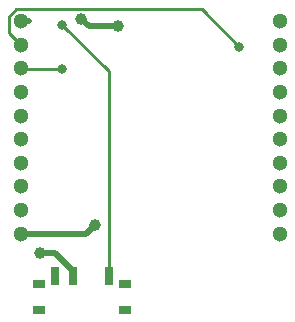
<source format=gbl>
%TF.GenerationSoftware,KiCad,Pcbnew,(5.1.0-4-gc924fc765)*%
%TF.CreationDate,2019-03-12T10:18:20+09:00*%
%TF.ProjectId,xbee,78626565-2e6b-4696-9361-645f70636258,rev?*%
%TF.SameCoordinates,Original*%
%TF.FileFunction,Copper,L2,Bot*%
%TF.FilePolarity,Positive*%
%FSLAX46Y46*%
G04 Gerber Fmt 4.6, Leading zero omitted, Abs format (unit mm)*
G04 Created by KiCad (PCBNEW (5.1.0-4-gc924fc765)) date 2019-03-12 10:18:20*
%MOMM*%
%LPD*%
G04 APERTURE LIST*
%ADD10C,1.300000*%
%ADD11R,0.700000X1.500000*%
%ADD12R,1.000000X0.800000*%
%ADD13C,1.000000*%
%ADD14C,0.800000*%
%ADD15C,0.500000*%
%ADD16C,0.250000*%
G04 APERTURE END LIST*
D10*
X159600000Y-98400000D03*
X159600000Y-100400000D03*
X159600000Y-102400000D03*
X159600000Y-104400000D03*
X159600000Y-106400000D03*
X159600000Y-108400000D03*
X159600000Y-110400000D03*
X159600000Y-112400000D03*
X159600000Y-114400000D03*
X159600000Y-116400000D03*
X137600000Y-116400000D03*
X137600000Y-114400000D03*
X137600000Y-112400000D03*
X137600000Y-110400000D03*
X137600000Y-108400000D03*
X137600000Y-106400000D03*
X137600000Y-104400000D03*
X137600000Y-102400000D03*
X137600000Y-100400000D03*
X137600000Y-98400000D03*
D11*
X145050000Y-119970000D03*
X142050000Y-119970000D03*
X140550000Y-119970000D03*
D12*
X146450000Y-122830000D03*
X139150000Y-122830000D03*
X139150000Y-120620000D03*
X146450000Y-120620000D03*
D13*
X145845514Y-98845514D03*
X142750000Y-98229400D03*
X143870714Y-115629286D03*
X139250000Y-118000000D03*
D14*
X141089500Y-98702200D03*
X141102100Y-102422200D03*
X156078000Y-100562700D03*
D15*
X143366114Y-98845514D02*
X145845514Y-98845514D01*
X142750000Y-98229400D02*
X143366114Y-98845514D01*
X143100000Y-116400000D02*
X143870714Y-115629286D01*
X137600000Y-116400000D02*
X143100000Y-116400000D01*
X138282500Y-98400000D02*
X137600000Y-98400000D01*
X140480000Y-118000000D02*
X139250000Y-118000000D01*
X142050000Y-119570000D02*
X140480000Y-118000000D01*
X142050000Y-119970000D02*
X142050000Y-119570000D01*
D16*
X145050000Y-119970000D02*
X145050000Y-102662700D01*
X145050000Y-102662700D02*
X141089500Y-98702200D01*
X141102100Y-102422200D02*
X137622200Y-102422200D01*
X137622200Y-102422200D02*
X137600000Y-102400000D01*
X137600000Y-100400000D02*
X136575400Y-99375400D01*
X136575400Y-99375400D02*
X136575400Y-98023100D01*
X136575400Y-98023100D02*
X137194100Y-97404400D01*
X137194100Y-97404400D02*
X152919700Y-97404400D01*
X152919700Y-97404400D02*
X156078000Y-100562700D01*
M02*

</source>
